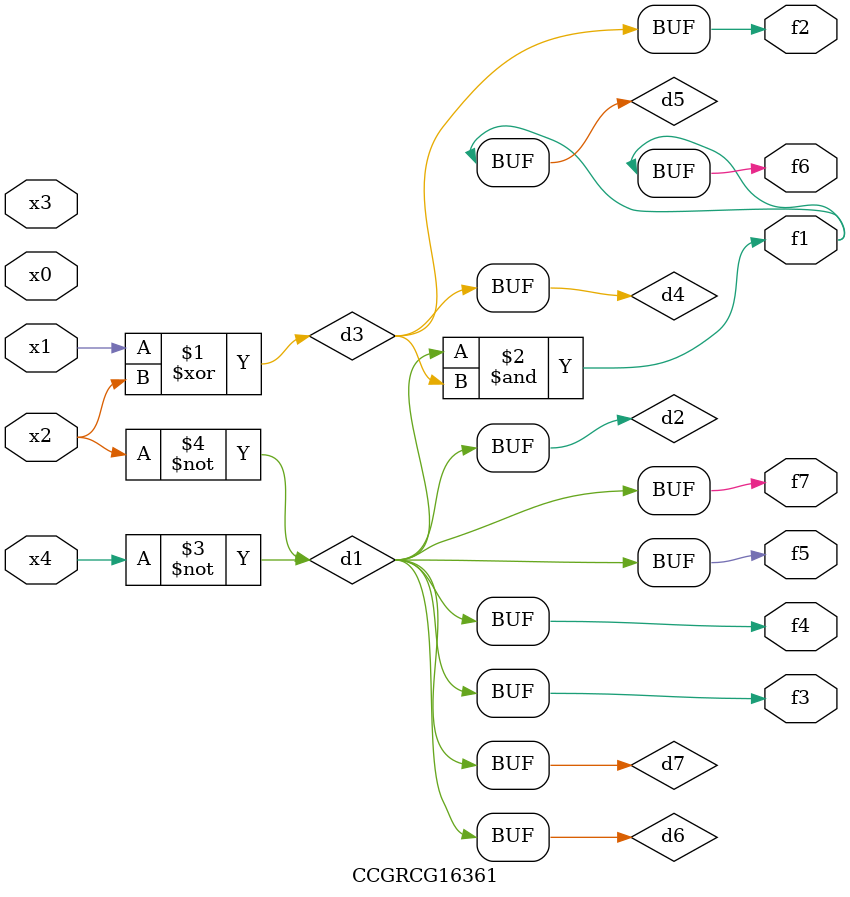
<source format=v>
module CCGRCG16361(
	input x0, x1, x2, x3, x4,
	output f1, f2, f3, f4, f5, f6, f7
);

	wire d1, d2, d3, d4, d5, d6, d7;

	not (d1, x4);
	not (d2, x2);
	xor (d3, x1, x2);
	buf (d4, d3);
	and (d5, d1, d3);
	buf (d6, d1, d2);
	buf (d7, d2);
	assign f1 = d5;
	assign f2 = d4;
	assign f3 = d7;
	assign f4 = d7;
	assign f5 = d7;
	assign f6 = d5;
	assign f7 = d7;
endmodule

</source>
